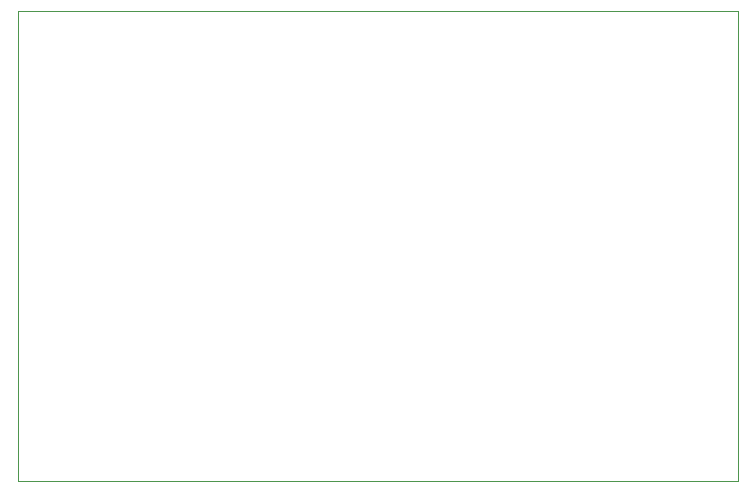
<source format=gbr>
G04 #@! TF.GenerationSoftware,KiCad,Pcbnew,(5.1.2-1)-1*
G04 #@! TF.CreationDate,2020-01-28T06:09:07-07:00*
G04 #@! TF.ProjectId,tiny_stick,74696e79-5f73-4746-9963-6b2e6b696361,rev?*
G04 #@! TF.SameCoordinates,Original*
G04 #@! TF.FileFunction,Profile,NP*
%FSLAX46Y46*%
G04 Gerber Fmt 4.6, Leading zero omitted, Abs format (unit mm)*
G04 Created by KiCad (PCBNEW (5.1.2-1)-1) date 2020-01-28 06:09:07*
%MOMM*%
%LPD*%
G04 APERTURE LIST*
%ADD10C,0.050000*%
G04 APERTURE END LIST*
D10*
X85090000Y-104648000D02*
X85090000Y-64897000D01*
X146050000Y-104648000D02*
X85090000Y-104648000D01*
X146050000Y-64897000D02*
X146050000Y-104648000D01*
X85090000Y-64897000D02*
X146050000Y-64897000D01*
M02*

</source>
